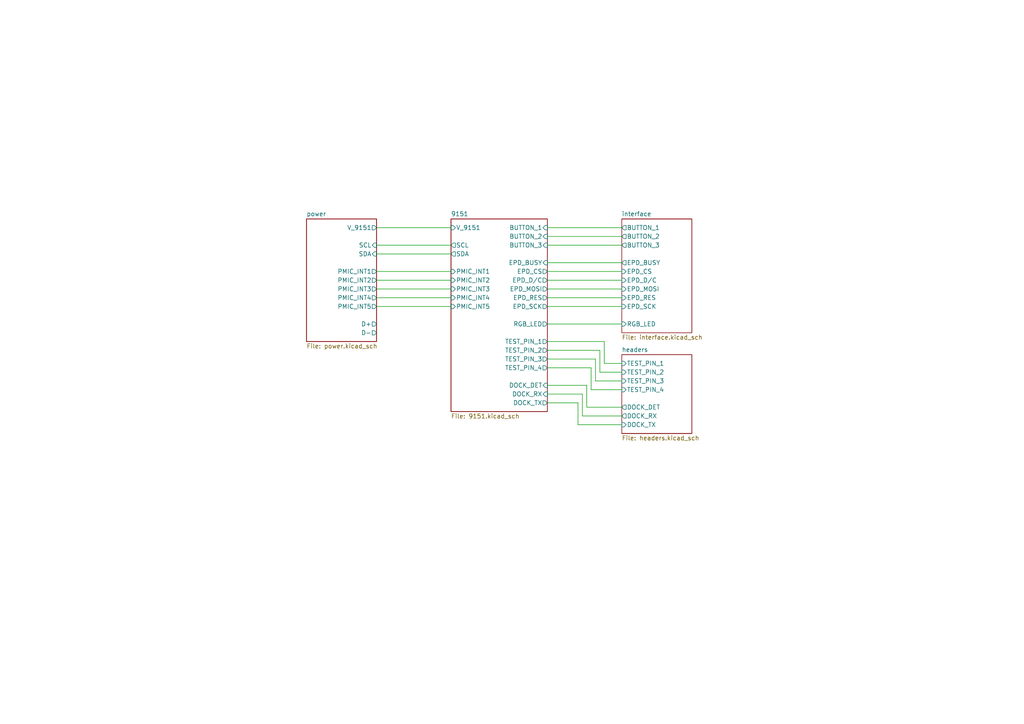
<source format=kicad_sch>
(kicad_sch
	(version 20250114)
	(generator "eeschema")
	(generator_version "9.0")
	(uuid "e4766f3c-98ec-4040-9e57-7309e9dd2214")
	(paper "A4")
	(title_block
		(title "Sugarcube")
		(date "2025-08-23")
		(rev "1")
	)
	(lib_symbols)
	(wire
		(pts
			(xy 180.34 120.65) (xy 168.91 120.65)
		)
		(stroke
			(width 0)
			(type default)
		)
		(uuid "07050308-d8ee-4485-a2dc-108bbd3679a4")
	)
	(wire
		(pts
			(xy 158.75 83.82) (xy 180.34 83.82)
		)
		(stroke
			(width 0)
			(type default)
		)
		(uuid "0c40bb0d-9ec1-4e5d-b44e-d37d90293c27")
	)
	(wire
		(pts
			(xy 158.75 93.98) (xy 180.34 93.98)
		)
		(stroke
			(width 0)
			(type default)
		)
		(uuid "0c552a57-5179-4087-91dd-ae55f29b0c12")
	)
	(wire
		(pts
			(xy 158.75 86.36) (xy 180.34 86.36)
		)
		(stroke
			(width 0)
			(type default)
		)
		(uuid "0c8283a1-f420-43d5-9bf4-2858c8c47062")
	)
	(wire
		(pts
			(xy 109.22 86.36) (xy 130.81 86.36)
		)
		(stroke
			(width 0)
			(type default)
		)
		(uuid "0fb6b3ab-a8cc-4469-a7b1-610dc917ae76")
	)
	(wire
		(pts
			(xy 109.22 83.82) (xy 130.81 83.82)
		)
		(stroke
			(width 0)
			(type default)
		)
		(uuid "1150b9e7-294f-4230-b7d9-607f41ab2458")
	)
	(wire
		(pts
			(xy 175.26 105.41) (xy 175.26 99.06)
		)
		(stroke
			(width 0)
			(type default)
		)
		(uuid "27eef328-53fc-47da-8380-15ddc168b331")
	)
	(wire
		(pts
			(xy 172.72 104.14) (xy 172.72 110.49)
		)
		(stroke
			(width 0)
			(type default)
		)
		(uuid "288504b7-6649-4e4a-9629-5b1cf7d1bb50")
	)
	(wire
		(pts
			(xy 180.34 113.03) (xy 171.45 113.03)
		)
		(stroke
			(width 0)
			(type default)
		)
		(uuid "3056cd03-8d43-4b00-b913-1ccf7f85e5b8")
	)
	(wire
		(pts
			(xy 158.75 111.76) (xy 170.18 111.76)
		)
		(stroke
			(width 0)
			(type default)
		)
		(uuid "331a6122-eca1-4715-bd9d-a29287a2694e")
	)
	(wire
		(pts
			(xy 109.22 78.74) (xy 130.81 78.74)
		)
		(stroke
			(width 0)
			(type default)
		)
		(uuid "37b2c726-f865-4d77-9cbd-d9ddb9ddb3d9")
	)
	(wire
		(pts
			(xy 109.22 73.66) (xy 130.81 73.66)
		)
		(stroke
			(width 0)
			(type default)
		)
		(uuid "3d72229f-ecf6-4fce-a6ff-86ceb5dc9154")
	)
	(wire
		(pts
			(xy 158.75 116.84) (xy 167.64 116.84)
		)
		(stroke
			(width 0)
			(type default)
		)
		(uuid "3dce0624-fa44-4885-80c5-8fb4b42fabc7")
	)
	(wire
		(pts
			(xy 109.22 71.12) (xy 130.81 71.12)
		)
		(stroke
			(width 0)
			(type default)
		)
		(uuid "42f35a5f-6f4b-489a-a86e-5e1b1076031a")
	)
	(wire
		(pts
			(xy 173.99 101.6) (xy 173.99 107.95)
		)
		(stroke
			(width 0)
			(type default)
		)
		(uuid "52ce70ac-0c1a-40a0-a451-89ac895a5db3")
	)
	(wire
		(pts
			(xy 158.75 101.6) (xy 173.99 101.6)
		)
		(stroke
			(width 0)
			(type default)
		)
		(uuid "55139c4d-9d94-4d63-a188-f4e5350416f7")
	)
	(wire
		(pts
			(xy 158.75 71.12) (xy 180.34 71.12)
		)
		(stroke
			(width 0)
			(type default)
		)
		(uuid "59ed03e2-d209-4473-a4e7-2ffc5c5f4c40")
	)
	(wire
		(pts
			(xy 158.75 88.9) (xy 180.34 88.9)
		)
		(stroke
			(width 0)
			(type default)
		)
		(uuid "6eb507d3-763d-4967-b094-4820d4821b8c")
	)
	(wire
		(pts
			(xy 172.72 110.49) (xy 180.34 110.49)
		)
		(stroke
			(width 0)
			(type default)
		)
		(uuid "7bbace88-6fcd-451c-828d-8c85d02482b8")
	)
	(wire
		(pts
			(xy 109.22 88.9) (xy 130.81 88.9)
		)
		(stroke
			(width 0)
			(type default)
		)
		(uuid "7dea6bbd-1e5c-4db6-a53a-ecea9e7638a4")
	)
	(wire
		(pts
			(xy 158.75 68.58) (xy 180.34 68.58)
		)
		(stroke
			(width 0)
			(type default)
		)
		(uuid "99903598-a019-4aac-85b3-b3922f00fdb9")
	)
	(wire
		(pts
			(xy 158.75 78.74) (xy 180.34 78.74)
		)
		(stroke
			(width 0)
			(type default)
		)
		(uuid "a0b7d6e7-0b36-4388-ac47-6caf3364bcf4")
	)
	(wire
		(pts
			(xy 158.75 81.28) (xy 180.34 81.28)
		)
		(stroke
			(width 0)
			(type default)
		)
		(uuid "a3ca18f7-b9ca-4b68-9d52-ec8279a8de36")
	)
	(wire
		(pts
			(xy 170.18 118.11) (xy 170.18 111.76)
		)
		(stroke
			(width 0)
			(type default)
		)
		(uuid "acf8bc41-49e1-45f0-aef4-ae788c18b9bd")
	)
	(wire
		(pts
			(xy 158.75 104.14) (xy 172.72 104.14)
		)
		(stroke
			(width 0)
			(type default)
		)
		(uuid "aeaa557d-8842-41d7-960f-19ca69ab9c66")
	)
	(wire
		(pts
			(xy 180.34 123.19) (xy 167.64 123.19)
		)
		(stroke
			(width 0)
			(type default)
		)
		(uuid "b1d40b1b-e25d-4d90-83c1-0fbb6ffda9dc")
	)
	(wire
		(pts
			(xy 180.34 105.41) (xy 175.26 105.41)
		)
		(stroke
			(width 0)
			(type default)
		)
		(uuid "b9b72b65-3ec0-4d6e-ac80-0c77c32194a1")
	)
	(wire
		(pts
			(xy 158.75 76.2) (xy 180.34 76.2)
		)
		(stroke
			(width 0)
			(type default)
		)
		(uuid "c4017050-3842-40de-a901-9235a7450d25")
	)
	(wire
		(pts
			(xy 158.75 114.3) (xy 168.91 114.3)
		)
		(stroke
			(width 0)
			(type default)
		)
		(uuid "c4f7d61c-0844-43fe-94c4-2d06f38329c6")
	)
	(wire
		(pts
			(xy 175.26 99.06) (xy 158.75 99.06)
		)
		(stroke
			(width 0)
			(type default)
		)
		(uuid "ccbff23f-2cd6-4668-bc5a-cddc1c6de8c5")
	)
	(wire
		(pts
			(xy 109.22 66.04) (xy 130.81 66.04)
		)
		(stroke
			(width 0)
			(type default)
		)
		(uuid "cf5bc2ed-f4fc-4ebb-96ac-30c761561eb2")
	)
	(wire
		(pts
			(xy 109.22 81.28) (xy 130.81 81.28)
		)
		(stroke
			(width 0)
			(type default)
		)
		(uuid "d5dcd503-4a3c-4f08-baf7-18944be382a7")
	)
	(wire
		(pts
			(xy 173.99 107.95) (xy 180.34 107.95)
		)
		(stroke
			(width 0)
			(type default)
		)
		(uuid "e5c8bdda-58d5-444e-8641-f09e827e885b")
	)
	(wire
		(pts
			(xy 171.45 113.03) (xy 171.45 106.68)
		)
		(stroke
			(width 0)
			(type default)
		)
		(uuid "e7230dd0-c2cd-46c3-aaa5-04bf45376e1b")
	)
	(wire
		(pts
			(xy 167.64 123.19) (xy 167.64 116.84)
		)
		(stroke
			(width 0)
			(type default)
		)
		(uuid "ee9c0335-0efc-409e-b7a5-a7d47bc0815f")
	)
	(wire
		(pts
			(xy 180.34 118.11) (xy 170.18 118.11)
		)
		(stroke
			(width 0)
			(type default)
		)
		(uuid "f0f6dc14-76fd-49e0-9c8c-b3c6dfb9ed46")
	)
	(wire
		(pts
			(xy 158.75 106.68) (xy 171.45 106.68)
		)
		(stroke
			(width 0)
			(type default)
		)
		(uuid "f7247100-7b39-4285-baa6-85a77c93b1b3")
	)
	(wire
		(pts
			(xy 168.91 120.65) (xy 168.91 114.3)
		)
		(stroke
			(width 0)
			(type default)
		)
		(uuid "f99831bb-3bf4-44f9-8500-1c45623411a3")
	)
	(wire
		(pts
			(xy 158.75 66.04) (xy 180.34 66.04)
		)
		(stroke
			(width 0)
			(type default)
		)
		(uuid "ffb6a60c-6813-44ac-829e-6fbf0d597bbb")
	)
	(sheet
		(at 88.9 63.5)
		(size 20.32 35.56)
		(exclude_from_sim no)
		(in_bom yes)
		(on_board yes)
		(dnp no)
		(fields_autoplaced yes)
		(stroke
			(width 0.1524)
			(type solid)
		)
		(fill
			(color 0 0 0 0.0000)
		)
		(uuid "15818244-8eec-47e4-be1d-19b684071a27")
		(property "Sheetname" "power"
			(at 88.9 62.7884 0)
			(effects
				(font
					(size 1.27 1.27)
				)
				(justify left bottom)
			)
		)
		(property "Sheetfile" "power.kicad_sch"
			(at 88.9 99.6446 0)
			(effects
				(font
					(size 1.27 1.27)
				)
				(justify left top)
			)
		)
		(pin "D+" output
			(at 109.22 93.98 0)
			(uuid "194c1a3f-504a-4acd-ba69-fe0f7d81b5eb")
			(effects
				(font
					(size 1.27 1.27)
				)
				(justify right)
			)
		)
		(pin "D-" output
			(at 109.22 96.52 0)
			(uuid "a6c68140-1fd5-4757-bbc8-e24de1fe5029")
			(effects
				(font
					(size 1.27 1.27)
				)
				(justify right)
			)
		)
		(pin "V_9151" output
			(at 109.22 66.04 0)
			(uuid "069c36f5-03c3-4b40-86ce-d75e84cc7ac2")
			(effects
				(font
					(size 1.27 1.27)
				)
				(justify right)
			)
		)
		(pin "PMIC_INT1" output
			(at 109.22 78.74 0)
			(uuid "97db5ee2-f073-4100-a6d3-78a35b0e6da7")
			(effects
				(font
					(size 1.27 1.27)
				)
				(justify right)
			)
		)
		(pin "PMIC_INT2" output
			(at 109.22 81.28 0)
			(uuid "907cc770-1e7c-44b9-a018-44cc180099c2")
			(effects
				(font
					(size 1.27 1.27)
				)
				(justify right)
			)
		)
		(pin "PMIC_INT3" output
			(at 109.22 83.82 0)
			(uuid "cee45ba9-79ef-42eb-a60f-1ace7e1b837d")
			(effects
				(font
					(size 1.27 1.27)
				)
				(justify right)
			)
		)
		(pin "PMIC_INT4" output
			(at 109.22 86.36 0)
			(uuid "c2662d61-3561-4f03-8c59-3e95caa54522")
			(effects
				(font
					(size 1.27 1.27)
				)
				(justify right)
			)
		)
		(pin "PMIC_INT5" output
			(at 109.22 88.9 0)
			(uuid "11475c92-35a5-45a5-9702-b41d293dbc05")
			(effects
				(font
					(size 1.27 1.27)
				)
				(justify right)
			)
		)
		(pin "SCL" input
			(at 109.22 71.12 0)
			(uuid "75e3b102-7d6b-4b28-808f-0dae59b34fc3")
			(effects
				(font
					(size 1.27 1.27)
				)
				(justify right)
			)
		)
		(pin "SDA" input
			(at 109.22 73.66 0)
			(uuid "b035a9ad-10f7-468a-9c7e-49e15f517014")
			(effects
				(font
					(size 1.27 1.27)
				)
				(justify right)
			)
		)
		(instances
			(project "sugarcube"
				(path "/e4766f3c-98ec-4040-9e57-7309e9dd2214"
					(page "2")
				)
			)
		)
	)
	(sheet
		(at 130.81 63.5)
		(size 27.94 55.88)
		(exclude_from_sim no)
		(in_bom yes)
		(on_board yes)
		(dnp no)
		(fields_autoplaced yes)
		(stroke
			(width 0.1524)
			(type solid)
		)
		(fill
			(color 0 0 0 0.0000)
		)
		(uuid "3c6e67a3-a459-411e-b958-c3a826ee49dc")
		(property "Sheetname" "9151"
			(at 130.81 62.7884 0)
			(effects
				(font
					(size 1.27 1.27)
				)
				(justify left bottom)
			)
		)
		(property "Sheetfile" "9151.kicad_sch"
			(at 130.81 119.9646 0)
			(effects
				(font
					(size 1.27 1.27)
				)
				(justify left top)
			)
		)
		(pin "BUTTON_1" input
			(at 158.75 66.04 0)
			(uuid "13f58e67-a7fe-4427-b753-b3877ca85419")
			(effects
				(font
					(size 1.27 1.27)
				)
				(justify right)
			)
		)
		(pin "BUTTON_2" input
			(at 158.75 68.58 0)
			(uuid "48468a79-aed2-4b90-af2b-19db45a78416")
			(effects
				(font
					(size 1.27 1.27)
				)
				(justify right)
			)
		)
		(pin "BUTTON_3" input
			(at 158.75 71.12 0)
			(uuid "5725e3dd-3ac1-4ab3-89d1-743b4d511851")
			(effects
				(font
					(size 1.27 1.27)
				)
				(justify right)
			)
		)
		(pin "DOCK_DET" input
			(at 158.75 111.76 0)
			(uuid "9282ed67-3fac-4980-91e0-addbab76ddaa")
			(effects
				(font
					(size 1.27 1.27)
				)
				(justify right)
			)
		)
		(pin "DOCK_RX" input
			(at 158.75 114.3 0)
			(uuid "f00006df-4695-4409-af0e-32bc27ed2e6e")
			(effects
				(font
					(size 1.27 1.27)
				)
				(justify right)
			)
		)
		(pin "DOCK_TX" output
			(at 158.75 116.84 0)
			(uuid "6ac7659c-109a-48a8-84c6-7baa8a311d60")
			(effects
				(font
					(size 1.27 1.27)
				)
				(justify right)
			)
		)
		(pin "EPD_BUSY" input
			(at 158.75 76.2 0)
			(uuid "60ae4602-a680-4a8e-85c8-f2ff8a9fc46d")
			(effects
				(font
					(size 1.27 1.27)
				)
				(justify right)
			)
		)
		(pin "EPD_CS" output
			(at 158.75 78.74 0)
			(uuid "b46f9fe1-b9ed-4ac0-86c3-cb7d0ee7f58b")
			(effects
				(font
					(size 1.27 1.27)
				)
				(justify right)
			)
		)
		(pin "EPD_D{slash}C" output
			(at 158.75 81.28 0)
			(uuid "dfee266e-788d-4eeb-980b-42a98b6da3d4")
			(effects
				(font
					(size 1.27 1.27)
				)
				(justify right)
			)
		)
		(pin "EPD_MOSI" output
			(at 158.75 83.82 0)
			(uuid "e548bafd-270b-4250-bfcf-2424705f3959")
			(effects
				(font
					(size 1.27 1.27)
				)
				(justify right)
			)
		)
		(pin "EPD_RES" output
			(at 158.75 86.36 0)
			(uuid "4c2cc8ed-a1da-400e-b90e-6c3841c73666")
			(effects
				(font
					(size 1.27 1.27)
				)
				(justify right)
			)
		)
		(pin "EPD_SCK" output
			(at 158.75 88.9 0)
			(uuid "25044cb0-2e13-46e1-b781-f0b53ecbf8fa")
			(effects
				(font
					(size 1.27 1.27)
				)
				(justify right)
			)
		)
		(pin "PMIC_INT1" input
			(at 130.81 78.74 180)
			(uuid "95f72a7c-949b-4373-9c9d-1e5a5bc8c986")
			(effects
				(font
					(size 1.27 1.27)
				)
				(justify left)
			)
		)
		(pin "PMIC_INT2" input
			(at 130.81 81.28 180)
			(uuid "98377b66-3c76-4d24-848f-9afcff4820f2")
			(effects
				(font
					(size 1.27 1.27)
				)
				(justify left)
			)
		)
		(pin "PMIC_INT3" input
			(at 130.81 83.82 180)
			(uuid "8930f0f6-5177-4e13-bda1-4dac7aad90f6")
			(effects
				(font
					(size 1.27 1.27)
				)
				(justify left)
			)
		)
		(pin "PMIC_INT4" input
			(at 130.81 86.36 180)
			(uuid "52dbc080-1eb0-4a7b-9c22-8222cb238050")
			(effects
				(font
					(size 1.27 1.27)
				)
				(justify left)
			)
		)
		(pin "PMIC_INT5" input
			(at 130.81 88.9 180)
			(uuid "530abb2d-e7fe-465d-8527-9d113a8d6669")
			(effects
				(font
					(size 1.27 1.27)
				)
				(justify left)
			)
		)
		(pin "RGB_LED" output
			(at 158.75 93.98 0)
			(uuid "3cacd7ad-c53a-4dd0-a8ea-69d7c1455b86")
			(effects
				(font
					(size 1.27 1.27)
				)
				(justify right)
			)
		)
		(pin "SCL" output
			(at 130.81 71.12 180)
			(uuid "edbc93ed-22f4-4f89-9b3a-255762c3c616")
			(effects
				(font
					(size 1.27 1.27)
				)
				(justify left)
			)
		)
		(pin "SDA" output
			(at 130.81 73.66 180)
			(uuid "359021ac-18b0-476d-98da-a6719463b633")
			(effects
				(font
					(size 1.27 1.27)
				)
				(justify left)
			)
		)
		(pin "TEST_PIN_1" output
			(at 158.75 99.06 0)
			(uuid "efd9c792-eb54-4880-9df4-c2e94a068818")
			(effects
				(font
					(size 1.27 1.27)
				)
				(justify right)
			)
		)
		(pin "TEST_PIN_2" output
			(at 158.75 101.6 0)
			(uuid "47df5497-d389-404a-aa49-dc3f40471abd")
			(effects
				(font
					(size 1.27 1.27)
				)
				(justify right)
			)
		)
		(pin "TEST_PIN_3" output
			(at 158.75 104.14 0)
			(uuid "3594dec5-f101-4221-be94-f451fbd187d8")
			(effects
				(font
					(size 1.27 1.27)
				)
				(justify right)
			)
		)
		(pin "TEST_PIN_4" output
			(at 158.75 106.68 0)
			(uuid "92c8d8b6-0187-4a6d-9264-5b0132c1a906")
			(effects
				(font
					(size 1.27 1.27)
				)
				(justify right)
			)
		)
		(pin "V_9151" input
			(at 130.81 66.04 180)
			(uuid "43782869-ee33-4308-91aa-b5806e6f70f1")
			(effects
				(font
					(size 1.27 1.27)
				)
				(justify left)
			)
		)
		(instances
			(project "sugarcube"
				(path "/e4766f3c-98ec-4040-9e57-7309e9dd2214"
					(page "3")
				)
			)
		)
	)
	(sheet
		(at 180.34 102.87)
		(size 20.32 22.86)
		(exclude_from_sim no)
		(in_bom yes)
		(on_board yes)
		(dnp no)
		(fields_autoplaced yes)
		(stroke
			(width 0.1524)
			(type solid)
		)
		(fill
			(color 0 0 0 0.0000)
		)
		(uuid "4a8f9fb1-7593-41c3-ad8b-5bdf75a57c5b")
		(property "Sheetname" "headers"
			(at 180.34 102.1584 0)
			(effects
				(font
					(size 1.27 1.27)
				)
				(justify left bottom)
			)
		)
		(property "Sheetfile" "headers.kicad_sch"
			(at 180.34 126.3146 0)
			(effects
				(font
					(size 1.27 1.27)
				)
				(justify left top)
			)
		)
		(pin "DOCK_RX" output
			(at 180.34 120.65 180)
			(uuid "b22f0b91-ada9-451f-8667-0895a49c638f")
			(effects
				(font
					(size 1.27 1.27)
				)
				(justify left)
			)
		)
		(pin "DOCK_TX" input
			(at 180.34 123.19 180)
			(uuid "970813dd-0fd5-43e9-9730-ea5cb7c30b27")
			(effects
				(font
					(size 1.27 1.27)
				)
				(justify left)
			)
		)
		(pin "TEST_PIN_1" input
			(at 180.34 105.41 180)
			(uuid "334bfb6c-26c2-4559-95c8-99d36f2f9188")
			(effects
				(font
					(size 1.27 1.27)
				)
				(justify left)
			)
		)
		(pin "TEST_PIN_2" input
			(at 180.34 107.95 180)
			(uuid "adaca9ed-1159-4312-be30-616fc3235953")
			(effects
				(font
					(size 1.27 1.27)
				)
				(justify left)
			)
		)
		(pin "TEST_PIN_3" input
			(at 180.34 110.49 180)
			(uuid "87506a0d-5709-4c5c-b090-192b0b12340a")
			(effects
				(font
					(size 1.27 1.27)
				)
				(justify left)
			)
		)
		(pin "TEST_PIN_4" input
			(at 180.34 113.03 180)
			(uuid "65e50acd-36b6-422d-8bcc-a1a5b6d6b9d4")
			(effects
				(font
					(size 1.27 1.27)
				)
				(justify left)
			)
		)
		(pin "DOCK_DET" output
			(at 180.34 118.11 180)
			(uuid "2ad42a68-438f-45bc-ab06-faae36b5b342")
			(effects
				(font
					(size 1.27 1.27)
				)
				(justify left)
			)
		)
		(instances
			(project "sugarcube"
				(path "/e4766f3c-98ec-4040-9e57-7309e9dd2214"
					(page "5")
				)
			)
		)
	)
	(sheet
		(at 180.34 63.5)
		(size 20.32 33.02)
		(exclude_from_sim no)
		(in_bom yes)
		(on_board yes)
		(dnp no)
		(fields_autoplaced yes)
		(stroke
			(width 0.1524)
			(type solid)
		)
		(fill
			(color 0 0 0 0.0000)
		)
		(uuid "a2e95dd8-7383-4d50-9b23-5411179090ab")
		(property "Sheetname" "interface"
			(at 180.34 62.7884 0)
			(effects
				(font
					(size 1.27 1.27)
				)
				(justify left bottom)
			)
		)
		(property "Sheetfile" "interface.kicad_sch"
			(at 180.34 97.1046 0)
			(effects
				(font
					(size 1.27 1.27)
				)
				(justify left top)
			)
		)
		(pin "BUTTON_1" output
			(at 180.34 66.04 180)
			(uuid "c279a2b4-fc75-43f8-8e3e-df21e171e654")
			(effects
				(font
					(size 1.27 1.27)
				)
				(justify left)
			)
		)
		(pin "BUTTON_2" output
			(at 180.34 68.58 180)
			(uuid "6b68c1ee-422b-41dc-9af5-a0ec7d232ac0")
			(effects
				(font
					(size 1.27 1.27)
				)
				(justify left)
			)
		)
		(pin "BUTTON_3" output
			(at 180.34 71.12 180)
			(uuid "88a613f4-b1d2-4ceb-a6b6-b52cf2008378")
			(effects
				(font
					(size 1.27 1.27)
				)
				(justify left)
			)
		)
		(pin "EPD_BUSY" output
			(at 180.34 76.2 180)
			(uuid "933cccce-ca5d-4151-81b6-98d4baba5941")
			(effects
				(font
					(size 1.27 1.27)
				)
				(justify left)
			)
		)
		(pin "EPD_CS" input
			(at 180.34 78.74 180)
			(uuid "0b1dec9e-d1e4-4723-9b55-297d17329d55")
			(effects
				(font
					(size 1.27 1.27)
				)
				(justify left)
			)
		)
		(pin "EPD_D{slash}C" input
			(at 180.34 81.28 180)
			(uuid "73f5f9f2-7faf-4a65-82b1-847399af247e")
			(effects
				(font
					(size 1.27 1.27)
				)
				(justify left)
			)
		)
		(pin "EPD_MOSI" input
			(at 180.34 83.82 180)
			(uuid "ed4f31eb-da8c-42ae-ba0d-8ec690cd164f")
			(effects
				(font
					(size 1.27 1.27)
				)
				(justify left)
			)
		)
		(pin "EPD_RES" input
			(at 180.34 86.36 180)
			(uuid "df5921dd-8ad4-4e73-b258-9bc8361546f4")
			(effects
				(font
					(size 1.27 1.27)
				)
				(justify left)
			)
		)
		(pin "EPD_SCK" input
			(at 180.34 88.9 180)
			(uuid "af225fa5-7d05-4c44-a241-8c0fb6d6cc5a")
			(effects
				(font
					(size 1.27 1.27)
				)
				(justify left)
			)
		)
		(pin "RGB_LED" input
			(at 180.34 93.98 180)
			(uuid "b0ef7ac8-ac2d-4453-94e4-2972c5fa582e")
			(effects
				(font
					(size 1.27 1.27)
				)
				(justify left)
			)
		)
		(instances
			(project "sugarcube"
				(path "/e4766f3c-98ec-4040-9e57-7309e9dd2214"
					(page "4")
				)
			)
		)
	)
	(sheet_instances
		(path "/"
			(page "1")
		)
	)
	(embedded_fonts no)
)

</source>
